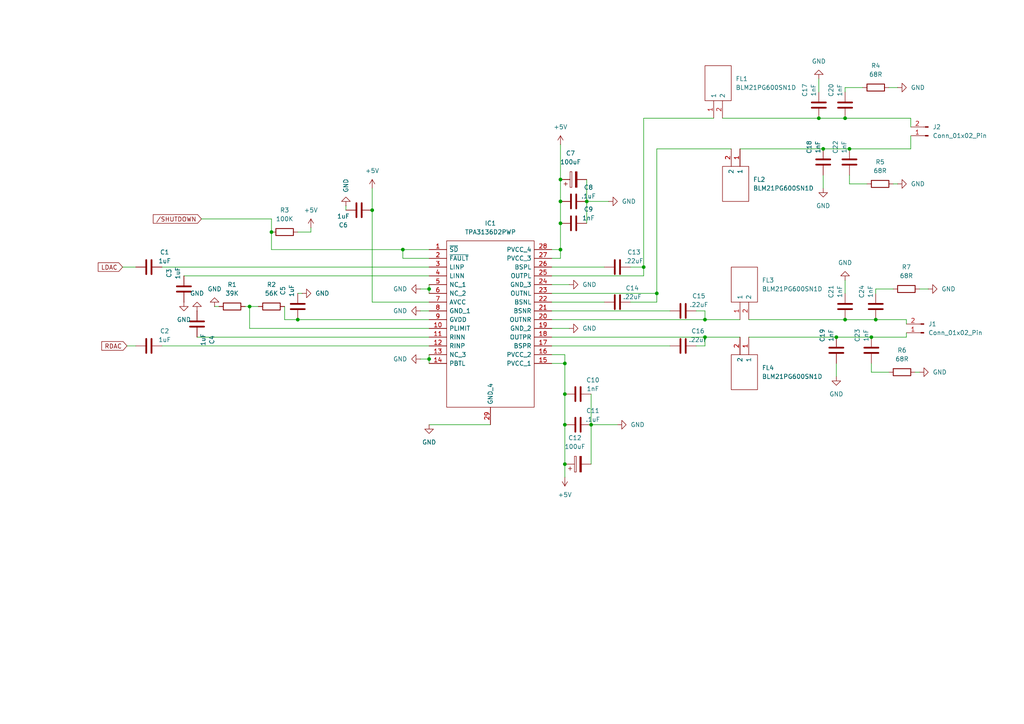
<source format=kicad_sch>
(kicad_sch (version 20231120) (generator "eeschema") (generator_version "8.0")
  (paper "A4")
  (lib_symbols
    (symbol "Connector:Conn_01x02_Pin" (pin_names (offset 1.016) hide)
      (property "Reference" "J" (at 0 2.54 0))
      (property "Value" "Conn_01x02_Pin" (at 0 -5.08 0))
      (symbol "Conn_01x02_Pin_1_1"
        (polyline (pts (xy 1.27 -2.54) (xy 0.8636 -2.54)) (stroke (width 0.1524)))
        (polyline (pts (xy 1.27 0) (xy 0.8636 0)) (stroke (width 0.1524)))
        (rectangle (start 0.8636 -2.413) (end 0 -2.667) (stroke (width 0.1524)) (fill (type outline)))
        (rectangle (start 0.8636 0.127) (end 0 -0.127) (stroke (width 0.1524)) (fill (type outline)))
        (pin passive line (at 5.08 0 180) (length 3.81) (name "Pin_1") (number "1"))
        (pin passive line (at 5.08 -2.54 180) (length 3.81) (name "Pin_2") (number "2"))
      )
    )
    (symbol "Device:C" (pin_numbers hide) (pin_names (offset 0.254))
      (property "Reference" "C" (at 0.635 2.54 0))
      (property "Value" "C" (at 0.635 -2.54 0))
      (symbol "C_0_1"
        (polyline (pts (xy -2.032 -0.762) (xy 2.032 -0.762)) (stroke (width 0.508)))
        (polyline (pts (xy -2.032 0.762) (xy 2.032 0.762)) (stroke (width 0.508)))
      )
      (symbol "C_1_1"
        (pin passive line (at 0 3.81 270) (length 2.794) (name "~") (number "1"))
        (pin passive line (at 0 -3.81 90) (length 2.794) (name "~") (number "2"))
      )
    )
    (symbol "Device:C_Polarized" (pin_numbers hide) (pin_names (offset 0.254))
      (property "Reference" "C" (at 0.635 2.54 0))
      (property "Value" "C_Polarized" (at 0.635 -2.54 0))
      (symbol "C_Polarized_0_1"
        (rectangle (start -2.286 0.508) (end 2.286 1.016))
        (polyline (pts (xy -1.778 2.286) (xy -0.762 2.286)))
        (polyline (pts (xy -1.27 2.794) (xy -1.27 1.778)))
        (rectangle (start 2.286 -0.508) (end -2.286 -1.016) (fill (type outline)))
      )
      (symbol "C_Polarized_1_1"
        (pin passive line (at 0 3.81 270) (length 2.794) (name "~") (number "1"))
        (pin passive line (at 0 -3.81 90) (length 2.794) (name "~") (number "2"))
      )
    )
    (symbol "Device:R" (pin_numbers hide) (pin_names (offset 0))
      (property "Reference" "R" (at 2.032 0 90))
      (property "Value" "R" (at 0 0 90))
      (symbol "R_0_1"
        (rectangle (start -1.016 -2.54) (end 1.016 2.54) (stroke (width 0.254)))
      )
      (symbol "R_1_1"
        (pin passive line (at 0 3.81 270) (length 1.27) (name "~") (number "1"))
        (pin passive line (at 0 -3.81 90) (length 1.27) (name "~") (number "2"))
      )
    )
    (symbol "SamacSys_Parts:BLM21PG600SN1D" (pin_names (offset 0.762))
      (property "Reference" "FL" (at 16.51 7.62 0))
      (property "Value" "BLM21PG600SN1D" (at 16.51 5.08 0))
      (symbol "BLM21PG600SN1D_0_0"
        (pin passive line (at 0 0 0) (length 5.08) (name "1") (number "1"))
        (pin passive line (at 0 -2.54 0) (length 5.08) (name "2") (number "2"))
      )
      (symbol "BLM21PG600SN1D_0_1"
        (polyline (pts (xy 5.08 2.54) (xy 15.24 2.54) (xy 15.24 -5.08) (xy 5.08 -5.08) (xy 5.08 2.54)) (stroke (width 0.1524)))
      )
    )
    (symbol "SamacSys_Parts:TPA3136D2PWP" (pin_names (offset 0.762))
      (property "Reference" "IC" (at 31.75 7.62 0))
      (property "Value" "TPA3136D2PWP" (at 31.75 5.08 0))
      (symbol "TPA3136D2PWP_0_0"
        (pin passive line (at 0 0 0) (length 5.08) (name "~{SD}") (number "1"))
        (pin passive line (at 0 -22.86 0) (length 5.08) (name "PLIMIT") (number "10"))
        (pin passive line (at 0 -25.4 0) (length 5.08) (name "RINN") (number "11"))
        (pin passive line (at 0 -27.94 0) (length 5.08) (name "RINP") (number "12"))
        (pin passive line (at 0 -30.48 0) (length 5.08) (name "NC_3") (number "13"))
        (pin passive line (at 0 -33.02 0) (length 5.08) (name "PBTL") (number "14"))
        (pin passive line (at 35.56 -33.02 180) (length 5.08) (name "PVCC_1") (number "15"))
        (pin passive line (at 35.56 -30.48 180) (length 5.08) (name "PVCC_2") (number "16"))
        (pin passive line (at 35.56 -27.94 180) (length 5.08) (name "BSPR") (number "17"))
        (pin passive line (at 35.56 -25.4 180) (length 5.08) (name "OUTPR") (number "18"))
        (pin passive line (at 35.56 -22.86 180) (length 5.08) (name "GND_2") (number "19"))
        (pin passive line (at 0 -2.54 0) (length 5.08) (name "~{FAULT}") (number "2"))
        (pin passive line (at 35.56 -20.32 180) (length 5.08) (name "OUTNR") (number "20"))
        (pin passive line (at 35.56 -17.78 180) (length 5.08) (name "BSNR") (number "21"))
        (pin passive line (at 35.56 -15.24 180) (length 5.08) (name "BSNL") (number "22"))
        (pin passive line (at 35.56 -12.7 180) (length 5.08) (name "OUTNL") (number "23"))
        (pin passive line (at 35.56 -10.16 180) (length 5.08) (name "GND_3") (number "24"))
        (pin passive line (at 35.56 -7.62 180) (length 5.08) (name "OUTPL") (number "25"))
        (pin passive line (at 35.56 -5.08 180) (length 5.08) (name "BSPL") (number "26"))
        (pin passive line (at 35.56 -2.54 180) (length 5.08) (name "PVCC_3") (number "27"))
        (pin passive line (at 35.56 0 180) (length 5.08) (name "PVCC_4") (number "28"))
        (pin passive line (at 17.78 -50.8 90) (length 5.08) (name "GND_4") (number "29"))
        (pin passive line (at 0 -5.08 0) (length 5.08) (name "LINP") (number "3"))
        (pin passive line (at 0 -7.62 0) (length 5.08) (name "LINN") (number "4"))
        (pin passive line (at 0 -10.16 0) (length 5.08) (name "NC_1") (number "5"))
        (pin passive line (at 0 -12.7 0) (length 5.08) (name "NC_2") (number "6"))
        (pin passive line (at 0 -15.24 0) (length 5.08) (name "AVCC") (number "7"))
        (pin passive line (at 0 -17.78 0) (length 5.08) (name "GND_1") (number "8"))
        (pin passive line (at 0 -20.32 0) (length 5.08) (name "GVDD") (number "9"))
      )
      (symbol "TPA3136D2PWP_0_1"
        (polyline (pts (xy 5.08 2.54) (xy 30.48 2.54) (xy 30.48 -45.72) (xy 5.08 -45.72) (xy 5.08 2.54)) (stroke (width 0.1524)))
      )
    )
    (symbol "power:+5V" (power) (pin_numbers hide) (pin_names (offset 0) hide)
      (property "Value" "+5V" (at 0 3.556 0))
      (symbol "+5V_0_1"
        (polyline (pts (xy -0.762 1.27) (xy 0 2.54)))
        (polyline (pts (xy 0 0) (xy 0 2.54)))
        (polyline (pts (xy 0 2.54) (xy 0.762 1.27)))
      )
      (symbol "+5V_1_1"
        (pin power_in line (at 0 0 90) (length 0) (name "~") (number "1"))
      )
    )
    (symbol "power:GND" (power) (pin_numbers hide) (pin_names (offset 0) hide)
      (property "Value" "GND" (at 0 -3.81 0))
      (symbol "GND_0_1"
        (polyline (pts (xy 0 0) (xy 0 -1.27) (xy 1.27 -1.27) (xy 0 -2.54) (xy -1.27 -1.27) (xy 0 -1.27)))
      )
      (symbol "GND_1_1"
        (pin power_in line (at 0 0 270) (length 0) (name "~") (number "1"))
      )
    )
  )
  (junction (at 242.57 97.79))
  (junction (at 245.11 92.71))
  (junction (at 186.69 77.47))
  (junction (at 162.56 52.07))
  (junction (at 252.73 97.79))
  (junction (at 238.76 43.18))
  (junction (at 78.74 67.31))
  (junction (at 116.84 72.39))
  (junction (at 162.56 58.42))
  (junction (at 254 92.71))
  (junction (at 107.95 60.96))
  (junction (at 72.39 88.9))
  (junction (at 163.83 114.3))
  (junction (at 237.49 34.29))
  (junction (at 162.56 64.77))
  (junction (at 86.36 92.71))
  (junction (at 190.5 85.09))
  (junction (at 204.47 97.79))
  (junction (at 163.83 123.19))
  (junction (at 171.45 123.19))
  (junction (at 124.46 83.82))
  (junction (at 246.38 43.18))
  (junction (at 163.83 105.41))
  (junction (at 245.11 34.29))
  (junction (at 170.18 58.42))
  (junction (at 124.46 104.14))
  (junction (at 204.47 92.71))
  (junction (at 162.56 72.39))
  (junction (at 163.83 134.62))
  (wire (pts (xy 163.83 123.19) (xy 163.83 134.62)))
  (wire (pts (xy 242.57 105.41) (xy 242.57 109.22)))
  (wire (pts (xy 116.84 72.39) (xy 124.46 72.39)))
  (wire (pts (xy 53.34 80.01) (xy 124.46 80.01)))
  (wire (pts (xy 265.43 107.95) (xy 266.7 107.95)))
  (wire (pts (xy 170.18 58.42) (xy 176.53 58.42)))
  (wire (pts (xy 78.74 72.39) (xy 116.84 72.39)))
  (wire (pts (xy 170.18 52.07) (xy 170.18 58.42)))
  (wire (pts (xy 252.73 97.79) (xy 262.89 97.79)))
  (wire (pts (xy 107.95 87.63) (xy 107.95 60.96)))
  (wire (pts (xy 162.56 64.77) (xy 162.56 72.39)))
  (wire (pts (xy 124.46 104.14) (xy 124.46 105.41)))
  (wire (pts (xy 162.56 52.07) (xy 162.56 58.42)))
  (wire (pts (xy 251.46 53.34) (xy 246.38 53.34)))
  (wire (pts (xy 160.02 72.39) (xy 162.56 72.39)))
  (wire (pts (xy 160.02 80.01) (xy 186.69 80.01)))
  (wire (pts (xy 116.84 74.93) (xy 116.84 72.39)))
  (wire (pts (xy 245.11 81.28) (xy 245.11 85.09)))
  (wire (pts (xy 62.23 88.9) (xy 63.5 88.9)))
  (wire (pts (xy 201.93 100.33) (xy 204.47 100.33)))
  (wire (pts (xy 82.55 92.71) (xy 86.36 92.71)))
  (wire (pts (xy 78.74 72.39) (xy 78.74 67.31)))
  (wire (pts (xy 100.33 60.96) (xy 100.33 59.69)))
  (wire (pts (xy 245.11 34.29) (xy 264.16 34.29)))
  (wire (pts (xy 124.46 74.93) (xy 116.84 74.93)))
  (wire (pts (xy 190.5 43.18) (xy 212.09 43.18)))
  (wire (pts (xy 124.46 82.55) (xy 124.46 83.82)))
  (wire (pts (xy 190.5 87.63) (xy 190.5 85.09)))
  (wire (pts (xy 186.69 80.01) (xy 186.69 77.47)))
  (wire (pts (xy 160.02 102.87) (xy 163.83 102.87)))
  (wire (pts (xy 160.02 100.33) (xy 194.31 100.33)))
  (wire (pts (xy 214.63 43.18) (xy 238.76 43.18)))
  (wire (pts (xy 186.69 34.29) (xy 207.01 34.29)))
  (wire (pts (xy 264.16 43.18) (xy 264.16 39.37)))
  (wire (pts (xy 165.1 82.55) (xy 160.02 82.55)))
  (wire (pts (xy 162.56 58.42) (xy 162.56 64.77)))
  (wire (pts (xy 36.83 100.33) (xy 39.37 100.33)))
  (wire (pts (xy 86.36 67.31) (xy 90.17 67.31)))
  (wire (pts (xy 237.49 34.29) (xy 245.11 34.29)))
  (wire (pts (xy 72.39 88.9) (xy 74.93 88.9)))
  (wire (pts (xy 124.46 83.82) (xy 124.46 85.09)))
  (wire (pts (xy 72.39 88.9) (xy 71.12 88.9)))
  (wire (pts (xy 160.02 74.93) (xy 162.56 74.93)))
  (wire (pts (xy 171.45 123.19) (xy 171.45 134.62)))
  (wire (pts (xy 160.02 92.71) (xy 204.47 92.71)))
  (wire (pts (xy 237.49 22.86) (xy 237.49 26.67)))
  (wire (pts (xy 171.45 123.19) (xy 179.07 123.19)))
  (wire (pts (xy 266.7 83.82) (xy 269.24 83.82)))
  (wire (pts (xy 124.46 102.87) (xy 124.46 104.14)))
  (wire (pts (xy 204.47 97.79) (xy 214.63 97.79)))
  (wire (pts (xy 238.76 43.18) (xy 246.38 43.18)))
  (wire (pts (xy 257.81 107.95) (xy 252.73 107.95)))
  (wire (pts (xy 162.56 74.93) (xy 162.56 72.39)))
  (wire (pts (xy 163.83 114.3) (xy 163.83 123.19)))
  (wire (pts (xy 254 83.82) (xy 254 85.09)))
  (wire (pts (xy 57.15 97.79) (xy 124.46 97.79)))
  (wire (pts (xy 90.17 67.31) (xy 90.17 66.04)))
  (wire (pts (xy 246.38 53.34) (xy 246.38 50.8)))
  (wire (pts (xy 82.55 88.9) (xy 82.55 92.71)))
  (wire (pts (xy 35.56 77.47) (xy 39.37 77.47)))
  (wire (pts (xy 46.99 77.47) (xy 124.46 77.47)))
  (wire (pts (xy 254 92.71) (xy 262.89 92.71)))
  (wire (pts (xy 121.92 83.82) (xy 124.46 83.82)))
  (wire (pts (xy 204.47 90.17) (xy 204.47 92.71)))
  (wire (pts (xy 170.18 58.42) (xy 170.18 64.77)))
  (wire (pts (xy 201.93 90.17) (xy 204.47 90.17)))
  (wire (pts (xy 165.1 95.25) (xy 160.02 95.25)))
  (wire (pts (xy 160.02 97.79) (xy 204.47 97.79)))
  (wire (pts (xy 107.95 60.96) (xy 107.95 54.61)))
  (wire (pts (xy 160.02 77.47) (xy 175.26 77.47)))
  (wire (pts (xy 121.92 104.14) (xy 124.46 104.14)))
  (wire (pts (xy 217.17 92.71) (xy 245.11 92.71)))
  (wire (pts (xy 58.42 63.5) (xy 78.74 63.5)))
  (wire (pts (xy 160.02 105.41) (xy 163.83 105.41)))
  (wire (pts (xy 252.73 107.95) (xy 252.73 105.41)))
  (wire (pts (xy 163.83 102.87) (xy 163.83 105.41)))
  (wire (pts (xy 259.08 83.82) (xy 254 83.82)))
  (wire (pts (xy 142.24 123.19) (xy 124.46 123.19)))
  (wire (pts (xy 262.89 92.71) (xy 262.89 93.98)))
  (wire (pts (xy 257.81 25.4) (xy 260.35 25.4)))
  (wire (pts (xy 160.02 85.09) (xy 190.5 85.09)))
  (wire (pts (xy 242.57 97.79) (xy 252.73 97.79)))
  (wire (pts (xy 250.19 25.4) (xy 245.11 25.4)))
  (wire (pts (xy 204.47 100.33) (xy 204.47 97.79)))
  (wire (pts (xy 245.11 92.71) (xy 254 92.71)))
  (wire (pts (xy 162.56 41.91) (xy 162.56 52.07)))
  (wire (pts (xy 124.46 90.17) (xy 121.92 90.17)))
  (wire (pts (xy 204.47 92.71) (xy 214.63 92.71)))
  (wire (pts (xy 209.55 34.29) (xy 237.49 34.29)))
  (wire (pts (xy 163.83 134.62) (xy 163.83 138.43)))
  (wire (pts (xy 86.36 92.71) (xy 124.46 92.71)))
  (wire (pts (xy 78.74 67.31) (xy 78.74 63.5)))
  (wire (pts (xy 259.08 53.34) (xy 260.35 53.34)))
  (wire (pts (xy 163.83 105.41) (xy 163.83 114.3)))
  (wire (pts (xy 182.88 77.47) (xy 186.69 77.47)))
  (wire (pts (xy 171.45 114.3) (xy 171.45 123.19)))
  (wire (pts (xy 264.16 34.29) (xy 264.16 36.83)))
  (wire (pts (xy 186.69 77.47) (xy 186.69 34.29)))
  (wire (pts (xy 72.39 95.25) (xy 72.39 88.9)))
  (wire (pts (xy 160.02 87.63) (xy 175.26 87.63)))
  (wire (pts (xy 217.17 97.79) (xy 242.57 97.79)))
  (wire (pts (xy 46.99 100.33) (xy 124.46 100.33)))
  (wire (pts (xy 238.76 50.8) (xy 238.76 54.61)))
  (wire (pts (xy 124.46 87.63) (xy 107.95 87.63)))
  (wire (pts (xy 245.11 25.4) (xy 245.11 26.67)))
  (wire (pts (xy 160.02 90.17) (xy 194.31 90.17)))
  (wire (pts (xy 262.89 97.79) (xy 262.89 96.52)))
  (wire (pts (xy 246.38 43.18) (xy 264.16 43.18)))
  (wire (pts (xy 182.88 87.63) (xy 190.5 87.63)))
  (wire (pts (xy 124.46 95.25) (xy 72.39 95.25)))
  (wire (pts (xy 86.36 85.09) (xy 87.63 85.09)))
  (wire (pts (xy 190.5 85.09) (xy 190.5 43.18)))
  (global_label "LDAC" (shape input) (at 35.56 77.47 180) (property "Intersheetrefs" "${INTERSHEET_REFS}" (effects (hide yes))))
  (global_label "RDAC" (shape input) (at 36.83 100.33 180) (property "Intersheetrefs" "${INTERSHEET_REFS}" (effects (hide yes))))
  (global_label "{slash}SHUTDOWN" (shape input) (at 58.42 63.5 180) (property "Intersheetrefs" "${INTERSHEET_REFS}" (effects (hide yes))))
  (symbol (lib_id "Device:C") (at 237.49 30.48 0) (unit 1)
    (property "Reference" "C17" (at 233.426 26.162 90))
    (property "Value" "1nF" (at 235.966 26.162 90))
    (property "Footprint" "Capacitor_SMD:C_0805_2012Metric_Pad1.18x1.45mm_HandSolder" (effects (hide yes)))
    (property "Description" "Unpolarized capacitor" (effects (hide yes)))
  )
  (symbol (lib_id "power:GND") (at 176.53 58.42 90) (unit 1)
    (property "Reference" "#PWR025" (effects (hide yes)))
    (property "Value" "GND" (at 180.34 58.4199 90) (effects (justify right)))
    (property "Description" "Power symbol creates a global label with name \"GND\" , ground" (effects (hide yes)))
  )
  (symbol (lib_id "Device:C") (at 57.15 93.98 180) (unit 1)
    (property "Reference" "C4" (at 61.468 98.552 90))
    (property "Value" "1uF" (at 58.928 98.552 90))
    (property "Footprint" "Capacitor_SMD:C_0805_2012Metric_Pad1.18x1.45mm_HandSolder" (effects (hide yes)))
    (property "Description" "Unpolarized capacitor" (effects (hide yes)))
  )
  (symbol (lib_id "power:GND") (at 121.92 83.82 270) (unit 1)
    (property "Reference" "#PWR08" (effects (hide yes)))
    (property "Value" "GND" (at 118.11 83.8199 90) (effects (justify right)))
    (property "Description" "Power symbol creates a global label with name \"GND\" , ground" (effects (hide yes)))
  )
  (symbol (lib_id "power:+5V") (at 107.95 54.61 0) (unit 1)
    (property "Reference" "#PWR07" (effects (hide yes)))
    (property "Value" "+5V" (at 107.95 49.53 0))
    (property "Description" "Power symbol creates a global label with name \"+5V\"" (effects (hide yes)))
  )
  (symbol (lib_id "power:GND") (at 245.11 81.28 180) (unit 1)
    (property "Reference" "#PWR019" (effects (hide yes)))
    (property "Value" "GND" (at 245.11 76.2 0))
    (property "Description" "Power symbol creates a global label with name \"GND\" , ground" (effects (hide yes)))
  )
  (symbol (lib_id "power:+5V") (at 162.56 41.91 0) (unit 1)
    (property "Reference" "#PWR012" (effects (hide yes)))
    (property "Value" "+5V" (at 162.56 36.83 0))
    (property "Description" "Power symbol creates a global label with name \"+5V\"" (effects (hide yes)))
  )
  (symbol (lib_id "power:+5V") (at 163.83 138.43 180) (unit 1)
    (property "Reference" "#PWR013" (effects (hide yes)))
    (property "Value" "+5V" (at 163.83 143.51 0))
    (property "Description" "Power symbol creates a global label with name \"+5V\"" (effects (hide yes)))
  )
  (symbol (lib_id "Device:C") (at 167.64 123.19 270) (unit 1)
    (property "Reference" "C11" (at 171.958 119.126 90))
    (property "Value" ".1uF" (at 171.958 121.666 90))
    (property "Footprint" "Capacitor_SMD:C_0805_2012Metric_Pad1.18x1.45mm_HandSolder" (effects (hide yes)))
    (property "Description" "Unpolarized capacitor" (effects (hide yes)))
  )
  (symbol (lib_id "power:+5V") (at 90.17 66.04 0) (unit 1)
    (property "Reference" "#PWR05" (effects (hide yes)))
    (property "Value" "+5V" (at 90.17 60.96 0))
    (property "Description" "Power symbol creates a global label with name \"+5V\"" (effects (hide yes)))
  )
  (symbol (lib_id "Device:C") (at 238.76 46.99 0) (unit 1)
    (property "Reference" "C18" (at 234.696 42.672 90))
    (property "Value" "1nF" (at 237.236 42.672 90))
    (property "Footprint" "Capacitor_SMD:C_0805_2012Metric_Pad1.18x1.45mm_HandSolder" (effects (hide yes)))
    (property "Description" "Unpolarized capacitor" (effects (hide yes)))
  )
  (symbol (lib_id "power:GND") (at 100.33 59.69 180) (unit 1)
    (property "Reference" "#PWR06" (effects (hide yes)))
    (property "Value" "GND" (at 100.3299 55.88 90) (effects (justify right)))
    (property "Description" "Power symbol creates a global label with name \"GND\" , ground" (effects (hide yes)))
  )
  (symbol (lib_id "Device:R") (at 262.89 83.82 90) (unit 1)
    (property "Reference" "R7" (at 262.89 77.47 90))
    (property "Value" "68R" (at 262.89 80.01 90))
    (property "Footprint" "Resistor_SMD:R_0805_2012Metric_Pad1.20x1.40mm_HandSolder" (effects (hide yes)))
    (property "Description" "Resistor" (effects (hide yes)))
  )
  (symbol (lib_id "power:GND") (at 266.7 107.95 90) (unit 1)
    (property "Reference" "#PWR022" (effects (hide yes)))
    (property "Value" "GND" (at 270.51 107.9499 90) (effects (justify right)))
    (property "Description" "Power symbol creates a global label with name \"GND\" , ground" (effects (hide yes)))
  )
  (symbol (lib_id "power:GND") (at 260.35 53.34 90) (unit 1)
    (property "Reference" "#PWR021" (effects (hide yes)))
    (property "Value" "GND" (at 264.16 53.3399 90) (effects (justify right)))
    (property "Description" "Power symbol creates a global label with name \"GND\" , ground" (effects (hide yes)))
  )
  (symbol (lib_id "Device:C") (at 53.34 83.82 0) (unit 1)
    (property "Reference" "C3" (at 49.022 79.248 90))
    (property "Value" "1uF" (at 51.562 79.248 90))
    (property "Footprint" "Capacitor_SMD:C_0805_2012Metric_Pad1.18x1.45mm_HandSolder" (effects (hide yes)))
    (property "Description" "Unpolarized capacitor" (effects (hide yes)))
  )
  (symbol (lib_id "Device:C") (at 43.18 77.47 270) (unit 1)
    (property "Reference" "C1" (at 47.752 73.152 90))
    (property "Value" "1uF" (at 47.752 75.692 90))
    (property "Footprint" "Capacitor_SMD:C_0805_2012Metric_Pad1.18x1.45mm_HandSolder" (effects (hide yes)))
    (property "Description" "Unpolarized capacitor" (effects (hide yes)))
  )
  (symbol (lib_id "power:GND") (at 179.07 123.19 90) (unit 1)
    (property "Reference" "#PWR024" (effects (hide yes)))
    (property "Value" "GND" (at 182.88 123.1899 90) (effects (justify right)))
    (property "Description" "Power symbol creates a global label with name \"GND\" , ground" (effects (hide yes)))
  )
  (symbol (lib_id "Connector:Conn_01x02_Pin") (at 269.24 39.37 180) (unit 1)
    (property "Reference" "J2" (at 270.51 36.8299 0) (effects (justify right)))
    (property "Value" "Conn_01x02_Pin" (at 270.51 39.3699 0) (effects (justify right)))
    (property "Footprint" "Connector_PinHeader_2.54mm:PinHeader_1x02_P2.54mm_Vertical" (effects (hide yes)))
    (property "Description" "Generic connector, single row, 01x02, script generated" (effects (hide yes)))
  )
  (symbol (lib_id "Device:C") (at 104.14 60.96 90) (unit 1)
    (property "Reference" "C6" (at 99.568 65.278 90))
    (property "Value" "1uF" (at 99.568 62.738 90))
    (property "Footprint" "Capacitor_SMD:C_0805_2012Metric_Pad1.18x1.45mm_HandSolder" (effects (hide yes)))
    (property "Description" "Unpolarized capacitor" (effects (hide yes)))
  )
  (symbol (lib_id "Connector:Conn_01x02_Pin") (at 267.97 96.52 180) (unit 1)
    (property "Reference" "J1" (at 269.24 93.9799 0) (effects (justify right)))
    (property "Value" "Conn_01x02_Pin" (at 269.24 96.5199 0) (effects (justify right)))
    (property "Footprint" "Connector_PinHeader_2.54mm:PinHeader_1x02_P2.54mm_Vertical" (effects (hide yes)))
    (property "Description" "Generic connector, single row, 01x02, script generated" (effects (hide yes)))
  )
  (symbol (lib_id "SamacSys_Parts:BLM21PG600SN1D") (at 214.63 43.18 270) (unit 1)
    (property "Reference" "FL2" (at 218.44 52.0699 90) (effects (justify left)))
    (property "Value" "BLM21PG600SN1D" (at 218.44 54.6099 90) (effects (justify left)))
    (property "Footprint" "SamacSys_Parts:BLM21AG102BH1J" (effects (hide yes)))
    (property "Datasheet" "https://www.murata.com/en-us/products/productdetail?partno=BLM21PG600SN1%23" (effects (hide yes)))
    (property "Description" "Murata Ferrite Bead (Chip Ferrite Bead), 2 x 1.25 x 0.85mm (805), 60 impedance at 100 MHz" (effects (hide yes)))
    (property "Description_1" "Murata Ferrite Bead (Chip Ferrite Bead), 2 x 1.25 x 0.85mm (805), 60 impedance at 100 MHz" (effects (hide yes)))
    (property "Height" "1.05" (effects (hide yes)))
    (property "Mouser Part Number" "81-BLM21P600S" (effects (hide yes)))
    (property "Mouser Price/Stock" "https://www.mouser.co.uk/ProductDetail/Murata-Electronics/BLM21PG600SN1D?qs=LbqjZSvnDswFXSg06XQ50A%3D%3D" (effects (hide yes)))
    (property "Manufacturer_Name" "Murata Electronics" (effects (hide yes)))
    (property "Manufacturer_Part_Number" "BLM21PG600SN1D" (effects (hide yes)))
  )
  (symbol (lib_id "Device:R") (at 78.74 88.9 90) (unit 1)
    (property "Reference" "R2" (at 78.74 82.55 90))
    (property "Value" "56K" (at 78.74 85.09 90))
    (property "Footprint" "Resistor_SMD:R_0805_2012Metric_Pad1.20x1.40mm_HandSolder" (effects (hide yes)))
    (property "Description" "Resistor" (effects (hide yes)))
  )
  (symbol (lib_id "Device:C") (at 167.64 114.3 270) (unit 1)
    (property "Reference" "C10" (at 171.958 110.236 90))
    (property "Value" "1nF" (at 171.958 112.776 90))
    (property "Footprint" "Capacitor_SMD:C_0805_2012Metric_Pad1.18x1.45mm_HandSolder" (effects (hide yes)))
    (property "Description" "Unpolarized capacitor" (effects (hide yes)))
  )
  (symbol (lib_id "Device:R") (at 261.62 107.95 90) (unit 1)
    (property "Reference" "R6" (at 261.62 101.6 90))
    (property "Value" "68R" (at 261.62 104.14 90))
    (property "Footprint" "Resistor_SMD:R_0805_2012Metric_Pad1.20x1.40mm_HandSolder" (effects (hide yes)))
    (property "Description" "Resistor" (effects (hide yes)))
  )
  (symbol (lib_id "Device:R") (at 255.27 53.34 90) (unit 1)
    (property "Reference" "R5" (at 255.27 46.99 90))
    (property "Value" "68R" (at 255.27 49.53 90))
    (property "Footprint" "Resistor_SMD:R_0805_2012Metric_Pad1.20x1.40mm_HandSolder" (effects (hide yes)))
    (property "Description" "Resistor" (effects (hide yes)))
  )
  (symbol (lib_id "Device:C") (at 86.36 88.9 0) (unit 1)
    (property "Reference" "C5" (at 82.042 84.328 90))
    (property "Value" "1uF" (at 84.582 84.328 90))
    (property "Footprint" "Capacitor_SMD:C_0805_2012Metric_Pad1.18x1.45mm_HandSolder" (effects (hide yes)))
    (property "Description" "Unpolarized capacitor" (effects (hide yes)))
  )
  (symbol (lib_id "Device:C") (at 198.12 90.17 270) (unit 1)
    (property "Reference" "C15" (at 202.692 85.852 90))
    (property "Value" ".22uF" (at 202.692 88.392 90))
    (property "Footprint" "Capacitor_SMD:C_0805_2012Metric_Pad1.18x1.45mm_HandSolder" (effects (hide yes)))
    (property "Description" "Unpolarized capacitor" (effects (hide yes)))
  )
  (symbol (lib_id "Device:C") (at 245.11 88.9 0) (unit 1)
    (property "Reference" "C21" (at 241.046 84.582 90))
    (property "Value" "1nF" (at 243.586 84.582 90))
    (property "Footprint" "Capacitor_SMD:C_0805_2012Metric_Pad1.18x1.45mm_HandSolder" (effects (hide yes)))
    (property "Description" "Unpolarized capacitor" (effects (hide yes)))
  )
  (symbol (lib_id "Device:C") (at 179.07 77.47 270) (unit 1)
    (property "Reference" "C13" (at 183.896 73.152 90))
    (property "Value" ".22uF" (at 183.896 75.692 90))
    (property "Footprint" "Capacitor_SMD:C_0805_2012Metric_Pad1.18x1.45mm_HandSolder" (effects (hide yes)))
    (property "Description" "Unpolarized capacitor" (effects (hide yes)))
  )
  (symbol (lib_id "power:GND") (at 269.24 83.82 90) (unit 1)
    (property "Reference" "#PWR023" (effects (hide yes)))
    (property "Value" "GND" (at 273.05 83.8199 90) (effects (justify right)))
    (property "Description" "Power symbol creates a global label with name \"GND\" , ground" (effects (hide yes)))
  )
  (symbol (lib_id "Device:C") (at 246.38 46.99 0) (unit 1)
    (property "Reference" "C22" (at 242.316 42.672 90))
    (property "Value" "1nF" (at 244.856 42.672 90))
    (property "Footprint" "Capacitor_SMD:C_0805_2012Metric_Pad1.18x1.45mm_HandSolder" (effects (hide yes)))
    (property "Description" "Unpolarized capacitor" (effects (hide yes)))
  )
  (symbol (lib_id "power:GND") (at 62.23 88.9 180) (unit 1)
    (property "Reference" "#PWR03" (effects (hide yes)))
    (property "Value" "GND" (at 62.23 83.82 0))
    (property "Description" "Power symbol creates a global label with name \"GND\" , ground" (effects (hide yes)))
  )
  (symbol (lib_id "power:GND") (at 124.46 123.19 0) (unit 1)
    (property "Reference" "#PWR011" (effects (hide yes)))
    (property "Value" "GND" (at 124.46 128.27 0))
    (property "Description" "Power symbol creates a global label with name \"GND\" , ground" (effects (hide yes)))
  )
  (symbol (lib_id "SamacSys_Parts:BLM21PG600SN1D") (at 214.63 92.71 90) (unit 1)
    (property "Reference" "FL3" (at 220.98 81.2799 90) (effects (justify right)))
    (property "Value" "BLM21PG600SN1D" (at 220.98 83.8199 90) (effects (justify right)))
    (property "Footprint" "SamacSys_Parts:BLM21AG102BH1J" (effects (hide yes)))
    (property "Datasheet" "https://www.murata.com/en-us/products/productdetail?partno=BLM21PG600SN1%23" (effects (hide yes)))
    (property "Description" "Murata Ferrite Bead (Chip Ferrite Bead), 2 x 1.25 x 0.85mm (805), 60 impedance at 100 MHz" (effects (hide yes)))
    (property "Description_1" "Murata Ferrite Bead (Chip Ferrite Bead), 2 x 1.25 x 0.85mm (805), 60 impedance at 100 MHz" (effects (hide yes)))
    (property "Height" "1.05" (effects (hide yes)))
    (property "Mouser Part Number" "81-BLM21P600S" (effects (hide yes)))
    (property "Mouser Price/Stock" "https://www.mouser.co.uk/ProductDetail/Murata-Electronics/BLM21PG600SN1D?qs=LbqjZSvnDswFXSg06XQ50A%3D%3D" (effects (hide yes)))
    (property "Manufacturer_Name" "Murata Electronics" (effects (hide yes)))
    (property "Manufacturer_Part_Number" "BLM21PG600SN1D" (effects (hide yes)))
  )
  (symbol (lib_id "Device:C") (at 166.37 64.77 270) (unit 1)
    (property "Reference" "C9" (at 170.688 60.706 90))
    (property "Value" "1nF" (at 170.688 63.246 90))
    (property "Footprint" "Capacitor_SMD:C_0805_2012Metric_Pad1.18x1.45mm_HandSolder" (effects (hide yes)))
    (property "Description" "Unpolarized capacitor" (effects (hide yes)))
  )
  (symbol (lib_id "SamacSys_Parts:BLM21PG600SN1D") (at 207.01 34.29 90) (unit 1)
    (property "Reference" "FL1" (at 213.36 22.8599 90) (effects (justify right)))
    (property "Value" "BLM21PG600SN1D" (at 213.36 25.3999 90) (effects (justify right)))
    (property "Footprint" "SamacSys_Parts:BLM21AG102BH1J" (effects (hide yes)))
    (property "Datasheet" "https://www.murata.com/en-us/products/productdetail?partno=BLM21PG600SN1%23" (effects (hide yes)))
    (property "Description" "Murata Ferrite Bead (Chip Ferrite Bead), 2 x 1.25 x 0.85mm (805), 60 impedance at 100 MHz" (effects (hide yes)))
    (property "Description_1" "Murata Ferrite Bead (Chip Ferrite Bead), 2 x 1.25 x 0.85mm (805), 60 impedance at 100 MHz" (effects (hide yes)))
    (property "Height" "1.05" (effects (hide yes)))
    (property "Mouser Part Number" "81-BLM21P600S" (effects (hide yes)))
    (property "Mouser Price/Stock" "https://www.mouser.co.uk/ProductDetail/Murata-Electronics/BLM21PG600SN1D?qs=LbqjZSvnDswFXSg06XQ50A%3D%3D" (effects (hide yes)))
    (property "Manufacturer_Name" "Murata Electronics" (effects (hide yes)))
    (property "Manufacturer_Part_Number" "BLM21PG600SN1D" (effects (hide yes)))
  )
  (symbol (lib_id "power:GND") (at 237.49 22.86 180) (unit 1)
    (property "Reference" "#PWR016" (effects (hide yes)))
    (property "Value" "GND" (at 237.49 17.78 0))
    (property "Description" "Power symbol creates a global label with name \"GND\" , ground" (effects (hide yes)))
  )
  (symbol (lib_id "Device:C") (at 166.37 58.42 270) (unit 1)
    (property "Reference" "C8" (at 170.688 54.356 90))
    (property "Value" ".1uF" (at 170.688 56.896 90))
    (property "Footprint" "Capacitor_SMD:C_0805_2012Metric_Pad1.18x1.45mm_HandSolder" (effects (hide yes)))
    (property "Description" "Unpolarized capacitor" (effects (hide yes)))
  )
  (symbol (lib_id "power:GND") (at 121.92 104.14 270) (unit 1)
    (property "Reference" "#PWR010" (effects (hide yes)))
    (property "Value" "GND" (at 118.11 104.1399 90) (effects (justify right)))
    (property "Description" "Power symbol creates a global label with name \"GND\" , ground" (effects (hide yes)))
  )
  (symbol (lib_id "Device:C") (at 242.57 101.6 0) (unit 1)
    (property "Reference" "C19" (at 238.506 97.282 90))
    (property "Value" "1nF" (at 241.046 97.282 90))
    (property "Footprint" "Capacitor_SMD:C_0805_2012Metric_Pad1.18x1.45mm_HandSolder" (effects (hide yes)))
    (property "Description" "Unpolarized capacitor" (effects (hide yes)))
  )
  (symbol (lib_id "power:GND") (at 238.76 54.61 0) (unit 1)
    (property "Reference" "#PWR017" (effects (hide yes)))
    (property "Value" "GND" (at 238.76 59.69 0))
    (property "Description" "Power symbol creates a global label with name \"GND\" , ground" (effects (hide yes)))
  )
  (symbol (lib_id "Device:C") (at 43.18 100.33 270) (unit 1)
    (property "Reference" "C2" (at 47.752 96.012 90))
    (property "Value" "1uF" (at 47.752 98.552 90))
    (property "Footprint" "Capacitor_SMD:C_0805_2012Metric_Pad1.18x1.45mm_HandSolder" (effects (hide yes)))
    (property "Description" "Unpolarized capacitor" (effects (hide yes)))
  )
  (symbol (lib_id "power:GND") (at 165.1 95.25 90) (unit 1)
    (property "Reference" "#PWR015" (effects (hide yes)))
    (property "Value" "GND" (at 168.91 95.2499 90) (effects (justify right)))
    (property "Description" "Power symbol creates a global label with name \"GND\" , ground" (effects (hide yes)))
  )
  (symbol (lib_id "power:GND") (at 87.63 85.09 90) (unit 1)
    (property "Reference" "#PWR04" (effects (hide yes)))
    (property "Value" "GND" (at 91.44 85.0899 90) (effects (justify right)))
    (property "Description" "Power symbol creates a global label with name \"GND\" , ground" (effects (hide yes)))
  )
  (symbol (lib_id "power:GND") (at 121.92 90.17 270) (unit 1)
    (property "Reference" "#PWR09" (effects (hide yes)))
    (property "Value" "GND" (at 118.11 90.1699 90) (effects (justify right)))
    (property "Description" "Power symbol creates a global label with name \"GND\" , ground" (effects (hide yes)))
  )
  (symbol (lib_id "SamacSys_Parts:TPA3136D2PWP") (at 124.46 72.39 0) (unit 1)
    (property "Reference" "IC1" (at 142.24 64.77 0))
    (property "Value" "TPA3136D2PWP" (at 142.24 67.31 0))
    (property "Footprint" "SamacSys_Parts:SOP65P640X120-29N" (effects (hide yes)))
    (property "Datasheet" "http://www.ti.com/lit/ds/symlink/tpa3136d2.pdf" (effects (hide yes)))
    (property "Description" "Audio Amp Speaker 1-CH Mono/2-CH Stereo 10W Class-D 28-Pin HTSSOP EP Tube" (effects (hide yes)))
    (property "Description_1" "Audio Amp Speaker 1-CH Mono/2-CH Stereo 10W Class-D 28-Pin HTSSOP EP Tube" (effects (hide yes)))
    (property "Height" "1.2" (effects (hide yes)))
    (property "Mouser Part Number" "595-TPA3136D2PWP" (effects (hide yes)))
    (property "Mouser Price/Stock" "https://www.mouser.co.uk/ProductDetail/Texas-Instruments/TPA3136D2PWP?qs=zEmsApcVOkVqQc%252B9jBgmeA%3D%3D" (effects (hide yes)))
    (property "Manufacturer_Name" "Texas Instruments" (effects (hide yes)))
    (property "Manufacturer_Part_Number" "TPA3136D2PWP" (effects (hide yes)))
  )
  (symbol (lib_id "Device:C") (at 179.07 87.63 270) (unit 1)
    (property "Reference" "C14" (at 183.388 83.566 90))
    (property "Value" ".22uF" (at 183.388 86.106 90))
    (property "Footprint" "Capacitor_SMD:C_0805_2012Metric_Pad1.18x1.45mm_HandSolder" (effects (hide yes)))
    (property "Description" "Unpolarized capacitor" (effects (hide yes)))
  )
  (symbol (lib_id "Device:R") (at 254 25.4 90) (unit 1)
    (property "Reference" "R4" (at 254 19.05 90))
    (property "Value" "68R" (at 254 21.59 90))
    (property "Footprint" "Resistor_SMD:R_0805_2012Metric_Pad1.20x1.40mm_HandSolder" (effects (hide yes)))
    (property "Description" "Resistor" (effects (hide yes)))
  )
  (symbol (lib_id "Device:C_Polarized") (at 167.64 134.62 90) (unit 1)
    (property "Reference" "C12" (at 166.751 127 90))
    (property "Value" "100uF" (at 166.751 129.54 90))
    (property "Footprint" "Capacitor_SMD:C_0805_2012Metric_Pad1.18x1.45mm_HandSolder" (effects (hide yes)))
    (property "Description" "Polarized capacitor" (effects (hide yes)))
  )
  (symbol (lib_id "power:GND") (at 260.35 25.4 90) (unit 1)
    (property "Reference" "#PWR020" (effects (hide yes)))
    (property "Value" "GND" (at 264.16 25.3999 90) (effects (justify right)))
    (property "Description" "Power symbol creates a global label with name \"GND\" , ground" (effects (hide yes)))
  )
  (symbol (lib_id "Device:R") (at 82.55 67.31 90) (unit 1)
    (property "Reference" "R3" (at 82.55 60.96 90))
    (property "Value" "100K" (at 82.55 63.5 90))
    (property "Footprint" "Resistor_SMD:R_0805_2012Metric_Pad1.20x1.40mm_HandSolder" (effects (hide yes)))
    (property "Description" "Resistor" (effects (hide yes)))
  )
  (symbol (lib_id "power:GND") (at 165.1 82.55 90) (unit 1)
    (property "Reference" "#PWR014" (effects (hide yes)))
    (property "Value" "GND" (at 168.91 82.5499 90) (effects (justify right)))
    (property "Description" "Power symbol creates a global label with name \"GND\" , ground" (effects (hide yes)))
  )
  (symbol (lib_id "power:GND") (at 57.15 90.17 180) (unit 1)
    (property "Reference" "#PWR02" (effects (hide yes)))
    (property "Value" "GND" (at 57.15 85.09 0))
    (property "Description" "Power symbol creates a global label with name \"GND\" , ground" (effects (hide yes)))
  )
  (symbol (lib_id "Device:R") (at 67.31 88.9 90) (unit 1)
    (property "Reference" "R1" (at 67.31 82.55 90))
    (property "Value" "39K" (at 67.31 85.09 90))
    (property "Footprint" "Resistor_SMD:R_0805_2012Metric_Pad1.20x1.40mm_HandSolder" (effects (hide yes)))
    (property "Description" "Resistor" (effects (hide yes)))
  )
  (symbol (lib_id "power:GND") (at 242.57 109.22 0) (unit 1)
    (property "Reference" "#PWR018" (effects (hide yes)))
    (property "Value" "GND" (at 242.57 114.3 0))
    (property "Description" "Power symbol creates a global label with name \"GND\" , ground" (effects (hide yes)))
  )
  (symbol (lib_id "Device:C_Polarized") (at 166.37 52.07 90) (unit 1)
    (property "Reference" "C7" (at 165.481 44.45 90))
    (property "Value" "100uF" (at 165.481 46.99 90))
    (property "Footprint" "Capacitor_SMD:C_0805_2012Metric_Pad1.18x1.45mm_HandSolder" (effects (hide yes)))
    (property "Description" "Polarized capacitor" (effects (hide yes)))
  )
  (symbol (lib_id "Device:C") (at 254 88.9 0) (unit 1)
    (property "Reference" "C24" (at 249.936 84.582 90))
    (property "Value" "1nF" (at 252.476 84.582 90))
    (property "Footprint" "Capacitor_SMD:C_0805_2012Metric_Pad1.18x1.45mm_HandSolder" (effects (hide yes)))
    (property "Description" "Unpolarized capacitor" (effects (hide yes)))
  )
  (symbol (lib_id "Device:C") (at 198.12 100.33 270) (unit 1)
    (property "Reference" "C16" (at 202.438 96.012 90))
    (property "Value" ".22uF" (at 202.438 98.552 90))
    (property "Footprint" "Capacitor_SMD:C_0805_2012Metric_Pad1.18x1.45mm_HandSolder" (effects (hide yes)))
    (property "Description" "Unpolarized capacitor" (effects (hide yes)))
  )
  (symbol (lib_id "Device:C") (at 252.73 101.6 0) (unit 1)
    (property "Reference" "C23" (at 248.666 97.282 90))
    (property "Value" "1nF" (at 251.206 97.282 90))
    (property "Footprint" "Capacitor_SMD:C_0805_2012Metric_Pad1.18x1.45mm_HandSolder" (effects (hide yes)))
    (property "Description" "Unpolarized capacitor" (effects (hide yes)))
  )
  (symbol (lib_id "Device:C") (at 245.11 30.48 0) (unit 1)
    (property "Reference" "C20" (at 241.046 26.162 90))
    (property "Value" "1nF" (at 243.586 26.162 90))
    (property "Footprint" "Capacitor_SMD:C_0805_2012Metric_Pad1.18x1.45mm_HandSolder" (effects (hide yes)))
    (property "Description" "Unpolarized capacitor" (effects (hide yes)))
  )
  (symbol (lib_id "power:GND") (at 53.34 87.63 0) (unit 1)
    (property "Reference" "#PWR01" (effects (hide yes)))
    (property "Value" "GND" (at 53.34 92.71 0))
    (property "Description" "Power symbol creates a global label with name \"GND\" , ground" (effects (hide yes)))
  )
  (symbol (lib_id "SamacSys_Parts:BLM21PG600SN1D") (at 217.17 97.79 270) (unit 1)
    (property "Reference" "FL4" (at 220.98 106.6799 90) (effects (justify left)))
    (property "Value" "BLM21PG600SN1D" (at 220.98 109.2199 90) (effects (justify left)))
    (property "Footprint" "SamacSys_Parts:BLM21AG102BH1J" (effects (hide yes)))
    (property "Datasheet" "https://www.murata.com/en-us/products/productdetail?partno=BLM21PG600SN1%23" (effects (hide yes)))
    (property "Description" "Murata Ferrite Bead (Chip Ferrite Bead), 2 x 1.25 x 0.85mm (805), 60 impedance at 100 MHz" (effects (hide yes)))
    (property "Description_1" "Murata Ferrite Bead (Chip Ferrite Bead), 2 x 1.25 x 0.85mm (805), 60 impedance at 100 MHz" (effects (hide yes)))
    (property "Height" "1.05" (effects (hide yes)))
    (property "Mouser Part Number" "81-BLM21P600S" (effects (hide yes)))
    (property "Mouser Price/Stock" "https://www.mouser.co.uk/ProductDetail/Murata-Electronics/BLM21PG600SN1D?qs=LbqjZSvnDswFXSg06XQ50A%3D%3D" (effects (hide yes)))
    (property "Manufacturer_Name" "Murata Electronics" (effects (hide yes)))
    (property "Manufacturer_Part_Number" "BLM21PG600SN1D" (effects (hide yes)))
  )
)
</source>
